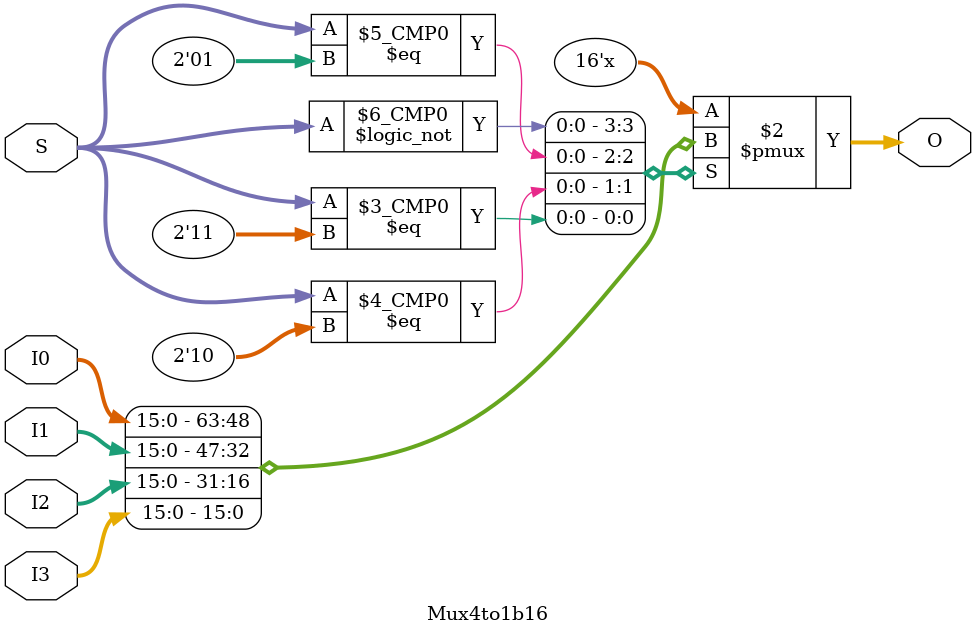
<source format=v>
`ifndef _Mux4to1b16
`define _Mux4to1b16

module Mux4to1b16(
    input wire [1:0] S,
    input wire [15:0] I0,
    input wire [15:0] I1,
    input wire [15:0] I2,
    input wire [15:0] I3,
    output reg [15:0] O
);

    always @ * begin
        case (S)
            2'b00:
                O = I0;
            2'b01:
                O = I1;
            2'b10:
                O = I2;
            2'b11:
                O = I3;
        endcase
    end

endmodule

`endif

</source>
